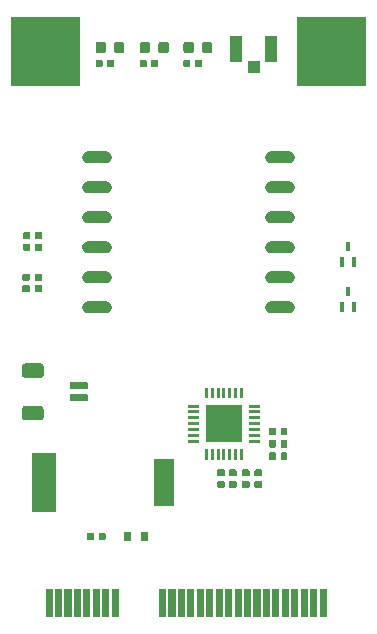
<source format=gbr>
G04 #@! TF.GenerationSoftware,KiCad,Pcbnew,5.1.5+dfsg1-2build2*
G04 #@! TF.CreationDate,2021-01-22T19:49:40+11:00*
G04 #@! TF.ProjectId,mPCIe-GNSS,6d504349-652d-4474-9e53-532e6b696361,1*
G04 #@! TF.SameCoordinates,Original*
G04 #@! TF.FileFunction,Soldermask,Top*
G04 #@! TF.FilePolarity,Negative*
%FSLAX46Y46*%
G04 Gerber Fmt 4.6, Leading zero omitted, Abs format (unit mm)*
G04 Created by KiCad (PCBNEW 5.1.5+dfsg1-2build2) date 2021-01-22 19:49:40*
%MOMM*%
%LPD*%
G04 APERTURE LIST*
%ADD10C,0.350000*%
G04 APERTURE END LIST*
D10*
G36*
X131300000Y-129800000D02*
G01*
X130700000Y-129800000D01*
X130700000Y-127450000D01*
X131300000Y-127450000D01*
X131300000Y-129800000D01*
G37*
G36*
X145700000Y-129800000D02*
G01*
X145100000Y-129800000D01*
X145100000Y-127450000D01*
X145700000Y-127450000D01*
X145700000Y-129800000D01*
G37*
G36*
X135300000Y-129800000D02*
G01*
X134700000Y-129800000D01*
X134700000Y-127450000D01*
X135300000Y-127450000D01*
X135300000Y-129800000D01*
G37*
G36*
X125700000Y-129800000D02*
G01*
X125100000Y-129800000D01*
X125100000Y-127450000D01*
X125700000Y-127450000D01*
X125700000Y-129800000D01*
G37*
G36*
X126500000Y-129800000D02*
G01*
X125900000Y-129800000D01*
X125900000Y-127450000D01*
X126500000Y-127450000D01*
X126500000Y-129800000D01*
G37*
G36*
X127300000Y-129800000D02*
G01*
X126700000Y-129800000D01*
X126700000Y-127450000D01*
X127300000Y-127450000D01*
X127300000Y-129800000D01*
G37*
G36*
X128100000Y-129800000D02*
G01*
X127500000Y-129800000D01*
X127500000Y-127450000D01*
X128100000Y-127450000D01*
X128100000Y-129800000D01*
G37*
G36*
X128900000Y-129800000D02*
G01*
X128300000Y-129800000D01*
X128300000Y-127450000D01*
X128900000Y-127450000D01*
X128900000Y-129800000D01*
G37*
G36*
X129700000Y-129800000D02*
G01*
X129100000Y-129800000D01*
X129100000Y-127450000D01*
X129700000Y-127450000D01*
X129700000Y-129800000D01*
G37*
G36*
X130500000Y-129800000D02*
G01*
X129900000Y-129800000D01*
X129900000Y-127450000D01*
X130500000Y-127450000D01*
X130500000Y-129800000D01*
G37*
G36*
X148900000Y-129800000D02*
G01*
X148300000Y-129800000D01*
X148300000Y-127450000D01*
X148900000Y-127450000D01*
X148900000Y-129800000D01*
G37*
G36*
X147300000Y-129800000D02*
G01*
X146700000Y-129800000D01*
X146700000Y-127450000D01*
X147300000Y-127450000D01*
X147300000Y-129800000D01*
G37*
G36*
X146500000Y-129800000D02*
G01*
X145900000Y-129800000D01*
X145900000Y-127450000D01*
X146500000Y-127450000D01*
X146500000Y-129800000D01*
G37*
G36*
X148100000Y-129800000D02*
G01*
X147500000Y-129800000D01*
X147500000Y-127450000D01*
X148100000Y-127450000D01*
X148100000Y-129800000D01*
G37*
G36*
X144100000Y-129800000D02*
G01*
X143500000Y-129800000D01*
X143500000Y-127450000D01*
X144100000Y-127450000D01*
X144100000Y-129800000D01*
G37*
G36*
X144900000Y-129800000D02*
G01*
X144300000Y-129800000D01*
X144300000Y-127450000D01*
X144900000Y-127450000D01*
X144900000Y-129800000D01*
G37*
G36*
X136100000Y-129800000D02*
G01*
X135500000Y-129800000D01*
X135500000Y-127450000D01*
X136100000Y-127450000D01*
X136100000Y-129800000D01*
G37*
G36*
X136900000Y-129800000D02*
G01*
X136300000Y-129800000D01*
X136300000Y-127450000D01*
X136900000Y-127450000D01*
X136900000Y-129800000D01*
G37*
G36*
X137700000Y-129800000D02*
G01*
X137100000Y-129800000D01*
X137100000Y-127450000D01*
X137700000Y-127450000D01*
X137700000Y-129800000D01*
G37*
G36*
X138500000Y-129800000D02*
G01*
X137900000Y-129800000D01*
X137900000Y-127450000D01*
X138500000Y-127450000D01*
X138500000Y-129800000D01*
G37*
G36*
X139300000Y-129800000D02*
G01*
X138700000Y-129800000D01*
X138700000Y-127450000D01*
X139300000Y-127450000D01*
X139300000Y-129800000D01*
G37*
G36*
X140900000Y-129800000D02*
G01*
X140300000Y-129800000D01*
X140300000Y-127450000D01*
X140900000Y-127450000D01*
X140900000Y-129800000D01*
G37*
G36*
X141700000Y-129800000D02*
G01*
X141100000Y-129800000D01*
X141100000Y-127450000D01*
X141700000Y-127450000D01*
X141700000Y-129800000D01*
G37*
G36*
X142500000Y-129800000D02*
G01*
X141900000Y-129800000D01*
X141900000Y-127450000D01*
X142500000Y-127450000D01*
X142500000Y-129800000D01*
G37*
G36*
X143300000Y-129800000D02*
G01*
X142700000Y-129800000D01*
X142700000Y-127450000D01*
X143300000Y-127450000D01*
X143300000Y-129800000D01*
G37*
G36*
X140100000Y-129800000D02*
G01*
X139500000Y-129800000D01*
X139500000Y-127450000D01*
X140100000Y-127450000D01*
X140100000Y-129800000D01*
G37*
G36*
X133750000Y-123350000D02*
G01*
X133150000Y-123350000D01*
X133150000Y-122650000D01*
X133750000Y-122650000D01*
X133750000Y-123350000D01*
G37*
G36*
X132350000Y-123350000D02*
G01*
X131750000Y-123350000D01*
X131750000Y-122650000D01*
X132350000Y-122650000D01*
X132350000Y-123350000D01*
G37*
G36*
X129115367Y-122682543D02*
G01*
X129137355Y-122689212D01*
X129157620Y-122700045D01*
X129175380Y-122714620D01*
X129189955Y-122732380D01*
X129200788Y-122752645D01*
X129207457Y-122774633D01*
X129210000Y-122800448D01*
X129210000Y-123199552D01*
X129207457Y-123225367D01*
X129200788Y-123247355D01*
X129189955Y-123267620D01*
X129175380Y-123285380D01*
X129157620Y-123299955D01*
X129137355Y-123310788D01*
X129115367Y-123317457D01*
X129089552Y-123320000D01*
X128740448Y-123320000D01*
X128714633Y-123317457D01*
X128692645Y-123310788D01*
X128672380Y-123299955D01*
X128654620Y-123285380D01*
X128640045Y-123267620D01*
X128629212Y-123247355D01*
X128622543Y-123225367D01*
X128620000Y-123199552D01*
X128620000Y-122800448D01*
X128622543Y-122774633D01*
X128629212Y-122752645D01*
X128640045Y-122732380D01*
X128654620Y-122714620D01*
X128672380Y-122700045D01*
X128692645Y-122689212D01*
X128714633Y-122682543D01*
X128740448Y-122680000D01*
X129089552Y-122680000D01*
X129115367Y-122682543D01*
G37*
G36*
X130085367Y-122682543D02*
G01*
X130107355Y-122689212D01*
X130127620Y-122700045D01*
X130145380Y-122714620D01*
X130159955Y-122732380D01*
X130170788Y-122752645D01*
X130177457Y-122774633D01*
X130180000Y-122800448D01*
X130180000Y-123199552D01*
X130177457Y-123225367D01*
X130170788Y-123247355D01*
X130159955Y-123267620D01*
X130145380Y-123285380D01*
X130127620Y-123299955D01*
X130107355Y-123310788D01*
X130085367Y-123317457D01*
X130059552Y-123320000D01*
X129710448Y-123320000D01*
X129684633Y-123317457D01*
X129662645Y-123310788D01*
X129642380Y-123299955D01*
X129624620Y-123285380D01*
X129610045Y-123267620D01*
X129599212Y-123247355D01*
X129592543Y-123225367D01*
X129590000Y-123199552D01*
X129590000Y-122800448D01*
X129592543Y-122774633D01*
X129599212Y-122752645D01*
X129610045Y-122732380D01*
X129624620Y-122714620D01*
X129642380Y-122700045D01*
X129662645Y-122689212D01*
X129684633Y-122682543D01*
X129710448Y-122680000D01*
X130059552Y-122680000D01*
X130085367Y-122682543D01*
G37*
G36*
X125975000Y-120900000D02*
G01*
X123975000Y-120900000D01*
X123975000Y-115900000D01*
X125975000Y-115900000D01*
X125975000Y-120900000D01*
G37*
G36*
X135975000Y-120400000D02*
G01*
X134275000Y-120400000D01*
X134275000Y-116400000D01*
X135975000Y-116400000D01*
X135975000Y-120400000D01*
G37*
G36*
X141175367Y-118292543D02*
G01*
X141197355Y-118299212D01*
X141217620Y-118310045D01*
X141235380Y-118324620D01*
X141249955Y-118342380D01*
X141260788Y-118362645D01*
X141267457Y-118384633D01*
X141270000Y-118410448D01*
X141270000Y-118759552D01*
X141267457Y-118785367D01*
X141260788Y-118807355D01*
X141249955Y-118827620D01*
X141235380Y-118845380D01*
X141217620Y-118859955D01*
X141197355Y-118870788D01*
X141175367Y-118877457D01*
X141149552Y-118880000D01*
X140750448Y-118880000D01*
X140724633Y-118877457D01*
X140702645Y-118870788D01*
X140682380Y-118859955D01*
X140664620Y-118845380D01*
X140650045Y-118827620D01*
X140639212Y-118807355D01*
X140632543Y-118785367D01*
X140630000Y-118759552D01*
X140630000Y-118410448D01*
X140632543Y-118384633D01*
X140639212Y-118362645D01*
X140650045Y-118342380D01*
X140664620Y-118324620D01*
X140682380Y-118310045D01*
X140702645Y-118299212D01*
X140724633Y-118292543D01*
X140750448Y-118290000D01*
X141149552Y-118290000D01*
X141175367Y-118292543D01*
G37*
G36*
X142275367Y-118292543D02*
G01*
X142297355Y-118299212D01*
X142317620Y-118310045D01*
X142335380Y-118324620D01*
X142349955Y-118342380D01*
X142360788Y-118362645D01*
X142367457Y-118384633D01*
X142370000Y-118410448D01*
X142370000Y-118759552D01*
X142367457Y-118785367D01*
X142360788Y-118807355D01*
X142349955Y-118827620D01*
X142335380Y-118845380D01*
X142317620Y-118859955D01*
X142297355Y-118870788D01*
X142275367Y-118877457D01*
X142249552Y-118880000D01*
X141850448Y-118880000D01*
X141824633Y-118877457D01*
X141802645Y-118870788D01*
X141782380Y-118859955D01*
X141764620Y-118845380D01*
X141750045Y-118827620D01*
X141739212Y-118807355D01*
X141732543Y-118785367D01*
X141730000Y-118759552D01*
X141730000Y-118410448D01*
X141732543Y-118384633D01*
X141739212Y-118362645D01*
X141750045Y-118342380D01*
X141764620Y-118324620D01*
X141782380Y-118310045D01*
X141802645Y-118299212D01*
X141824633Y-118292543D01*
X141850448Y-118290000D01*
X142249552Y-118290000D01*
X142275367Y-118292543D01*
G37*
G36*
X143325367Y-118292543D02*
G01*
X143347355Y-118299212D01*
X143367620Y-118310045D01*
X143385380Y-118324620D01*
X143399955Y-118342380D01*
X143410788Y-118362645D01*
X143417457Y-118384633D01*
X143420000Y-118410448D01*
X143420000Y-118759552D01*
X143417457Y-118785367D01*
X143410788Y-118807355D01*
X143399955Y-118827620D01*
X143385380Y-118845380D01*
X143367620Y-118859955D01*
X143347355Y-118870788D01*
X143325367Y-118877457D01*
X143299552Y-118880000D01*
X142900448Y-118880000D01*
X142874633Y-118877457D01*
X142852645Y-118870788D01*
X142832380Y-118859955D01*
X142814620Y-118845380D01*
X142800045Y-118827620D01*
X142789212Y-118807355D01*
X142782543Y-118785367D01*
X142780000Y-118759552D01*
X142780000Y-118410448D01*
X142782543Y-118384633D01*
X142789212Y-118362645D01*
X142800045Y-118342380D01*
X142814620Y-118324620D01*
X142832380Y-118310045D01*
X142852645Y-118299212D01*
X142874633Y-118292543D01*
X142900448Y-118290000D01*
X143299552Y-118290000D01*
X143325367Y-118292543D01*
G37*
G36*
X140175367Y-118292543D02*
G01*
X140197355Y-118299212D01*
X140217620Y-118310045D01*
X140235380Y-118324620D01*
X140249955Y-118342380D01*
X140260788Y-118362645D01*
X140267457Y-118384633D01*
X140270000Y-118410448D01*
X140270000Y-118759552D01*
X140267457Y-118785367D01*
X140260788Y-118807355D01*
X140249955Y-118827620D01*
X140235380Y-118845380D01*
X140217620Y-118859955D01*
X140197355Y-118870788D01*
X140175367Y-118877457D01*
X140149552Y-118880000D01*
X139750448Y-118880000D01*
X139724633Y-118877457D01*
X139702645Y-118870788D01*
X139682380Y-118859955D01*
X139664620Y-118845380D01*
X139650045Y-118827620D01*
X139639212Y-118807355D01*
X139632543Y-118785367D01*
X139630000Y-118759552D01*
X139630000Y-118410448D01*
X139632543Y-118384633D01*
X139639212Y-118362645D01*
X139650045Y-118342380D01*
X139664620Y-118324620D01*
X139682380Y-118310045D01*
X139702645Y-118299212D01*
X139724633Y-118292543D01*
X139750448Y-118290000D01*
X140149552Y-118290000D01*
X140175367Y-118292543D01*
G37*
G36*
X143325367Y-117322543D02*
G01*
X143347355Y-117329212D01*
X143367620Y-117340045D01*
X143385380Y-117354620D01*
X143399955Y-117372380D01*
X143410788Y-117392645D01*
X143417457Y-117414633D01*
X143420000Y-117440448D01*
X143420000Y-117789552D01*
X143417457Y-117815367D01*
X143410788Y-117837355D01*
X143399955Y-117857620D01*
X143385380Y-117875380D01*
X143367620Y-117889955D01*
X143347355Y-117900788D01*
X143325367Y-117907457D01*
X143299552Y-117910000D01*
X142900448Y-117910000D01*
X142874633Y-117907457D01*
X142852645Y-117900788D01*
X142832380Y-117889955D01*
X142814620Y-117875380D01*
X142800045Y-117857620D01*
X142789212Y-117837355D01*
X142782543Y-117815367D01*
X142780000Y-117789552D01*
X142780000Y-117440448D01*
X142782543Y-117414633D01*
X142789212Y-117392645D01*
X142800045Y-117372380D01*
X142814620Y-117354620D01*
X142832380Y-117340045D01*
X142852645Y-117329212D01*
X142874633Y-117322543D01*
X142900448Y-117320000D01*
X143299552Y-117320000D01*
X143325367Y-117322543D01*
G37*
G36*
X140175367Y-117322543D02*
G01*
X140197355Y-117329212D01*
X140217620Y-117340045D01*
X140235380Y-117354620D01*
X140249955Y-117372380D01*
X140260788Y-117392645D01*
X140267457Y-117414633D01*
X140270000Y-117440448D01*
X140270000Y-117789552D01*
X140267457Y-117815367D01*
X140260788Y-117837355D01*
X140249955Y-117857620D01*
X140235380Y-117875380D01*
X140217620Y-117889955D01*
X140197355Y-117900788D01*
X140175367Y-117907457D01*
X140149552Y-117910000D01*
X139750448Y-117910000D01*
X139724633Y-117907457D01*
X139702645Y-117900788D01*
X139682380Y-117889955D01*
X139664620Y-117875380D01*
X139650045Y-117857620D01*
X139639212Y-117837355D01*
X139632543Y-117815367D01*
X139630000Y-117789552D01*
X139630000Y-117440448D01*
X139632543Y-117414633D01*
X139639212Y-117392645D01*
X139650045Y-117372380D01*
X139664620Y-117354620D01*
X139682380Y-117340045D01*
X139702645Y-117329212D01*
X139724633Y-117322543D01*
X139750448Y-117320000D01*
X140149552Y-117320000D01*
X140175367Y-117322543D01*
G37*
G36*
X142275367Y-117322543D02*
G01*
X142297355Y-117329212D01*
X142317620Y-117340045D01*
X142335380Y-117354620D01*
X142349955Y-117372380D01*
X142360788Y-117392645D01*
X142367457Y-117414633D01*
X142370000Y-117440448D01*
X142370000Y-117789552D01*
X142367457Y-117815367D01*
X142360788Y-117837355D01*
X142349955Y-117857620D01*
X142335380Y-117875380D01*
X142317620Y-117889955D01*
X142297355Y-117900788D01*
X142275367Y-117907457D01*
X142249552Y-117910000D01*
X141850448Y-117910000D01*
X141824633Y-117907457D01*
X141802645Y-117900788D01*
X141782380Y-117889955D01*
X141764620Y-117875380D01*
X141750045Y-117857620D01*
X141739212Y-117837355D01*
X141732543Y-117815367D01*
X141730000Y-117789552D01*
X141730000Y-117440448D01*
X141732543Y-117414633D01*
X141739212Y-117392645D01*
X141750045Y-117372380D01*
X141764620Y-117354620D01*
X141782380Y-117340045D01*
X141802645Y-117329212D01*
X141824633Y-117322543D01*
X141850448Y-117320000D01*
X142249552Y-117320000D01*
X142275367Y-117322543D01*
G37*
G36*
X141175367Y-117322543D02*
G01*
X141197355Y-117329212D01*
X141217620Y-117340045D01*
X141235380Y-117354620D01*
X141249955Y-117372380D01*
X141260788Y-117392645D01*
X141267457Y-117414633D01*
X141270000Y-117440448D01*
X141270000Y-117789552D01*
X141267457Y-117815367D01*
X141260788Y-117837355D01*
X141249955Y-117857620D01*
X141235380Y-117875380D01*
X141217620Y-117889955D01*
X141197355Y-117900788D01*
X141175367Y-117907457D01*
X141149552Y-117910000D01*
X140750448Y-117910000D01*
X140724633Y-117907457D01*
X140702645Y-117900788D01*
X140682380Y-117889955D01*
X140664620Y-117875380D01*
X140650045Y-117857620D01*
X140639212Y-117837355D01*
X140632543Y-117815367D01*
X140630000Y-117789552D01*
X140630000Y-117440448D01*
X140632543Y-117414633D01*
X140639212Y-117392645D01*
X140650045Y-117372380D01*
X140664620Y-117354620D01*
X140682380Y-117340045D01*
X140702645Y-117329212D01*
X140724633Y-117322543D01*
X140750448Y-117320000D01*
X141149552Y-117320000D01*
X141175367Y-117322543D01*
G37*
G36*
X145485367Y-115882543D02*
G01*
X145507355Y-115889212D01*
X145527620Y-115900045D01*
X145545380Y-115914620D01*
X145559955Y-115932380D01*
X145570788Y-115952645D01*
X145577457Y-115974633D01*
X145580000Y-116000448D01*
X145580000Y-116399552D01*
X145577457Y-116425367D01*
X145570788Y-116447355D01*
X145559955Y-116467620D01*
X145545380Y-116485380D01*
X145527620Y-116499955D01*
X145507355Y-116510788D01*
X145485367Y-116517457D01*
X145459552Y-116520000D01*
X145110448Y-116520000D01*
X145084633Y-116517457D01*
X145062645Y-116510788D01*
X145042380Y-116499955D01*
X145024620Y-116485380D01*
X145010045Y-116467620D01*
X144999212Y-116447355D01*
X144992543Y-116425367D01*
X144990000Y-116399552D01*
X144990000Y-116000448D01*
X144992543Y-115974633D01*
X144999212Y-115952645D01*
X145010045Y-115932380D01*
X145024620Y-115914620D01*
X145042380Y-115900045D01*
X145062645Y-115889212D01*
X145084633Y-115882543D01*
X145110448Y-115880000D01*
X145459552Y-115880000D01*
X145485367Y-115882543D01*
G37*
G36*
X144515367Y-115882543D02*
G01*
X144537355Y-115889212D01*
X144557620Y-115900045D01*
X144575380Y-115914620D01*
X144589955Y-115932380D01*
X144600788Y-115952645D01*
X144607457Y-115974633D01*
X144610000Y-116000448D01*
X144610000Y-116399552D01*
X144607457Y-116425367D01*
X144600788Y-116447355D01*
X144589955Y-116467620D01*
X144575380Y-116485380D01*
X144557620Y-116499955D01*
X144537355Y-116510788D01*
X144515367Y-116517457D01*
X144489552Y-116520000D01*
X144140448Y-116520000D01*
X144114633Y-116517457D01*
X144092645Y-116510788D01*
X144072380Y-116499955D01*
X144054620Y-116485380D01*
X144040045Y-116467620D01*
X144029212Y-116447355D01*
X144022543Y-116425367D01*
X144020000Y-116399552D01*
X144020000Y-116000448D01*
X144022543Y-115974633D01*
X144029212Y-115952645D01*
X144040045Y-115932380D01*
X144054620Y-115914620D01*
X144072380Y-115900045D01*
X144092645Y-115889212D01*
X144114633Y-115882543D01*
X144140448Y-115880000D01*
X144489552Y-115880000D01*
X144515367Y-115882543D01*
G37*
G36*
X140327000Y-116490000D02*
G01*
X140073000Y-116490000D01*
X140073000Y-115590000D01*
X140327000Y-115590000D01*
X140327000Y-116490000D01*
G37*
G36*
X141327000Y-116490000D02*
G01*
X141073000Y-116490000D01*
X141073000Y-115590000D01*
X141327000Y-115590000D01*
X141327000Y-116490000D01*
G37*
G36*
X140827000Y-116490000D02*
G01*
X140573000Y-116490000D01*
X140573000Y-115590000D01*
X140827000Y-115590000D01*
X140827000Y-116490000D01*
G37*
G36*
X141827000Y-116490000D02*
G01*
X141573000Y-116490000D01*
X141573000Y-115590000D01*
X141827000Y-115590000D01*
X141827000Y-116490000D01*
G37*
G36*
X139327000Y-116490000D02*
G01*
X139073000Y-116490000D01*
X139073000Y-115590000D01*
X139327000Y-115590000D01*
X139327000Y-116490000D01*
G37*
G36*
X138827000Y-116490000D02*
G01*
X138573000Y-116490000D01*
X138573000Y-115590000D01*
X138827000Y-115590000D01*
X138827000Y-116490000D01*
G37*
G36*
X139827000Y-116490000D02*
G01*
X139573000Y-116490000D01*
X139573000Y-115590000D01*
X139827000Y-115590000D01*
X139827000Y-116490000D01*
G37*
G36*
X144515367Y-114832543D02*
G01*
X144537355Y-114839212D01*
X144557620Y-114850045D01*
X144575380Y-114864620D01*
X144589955Y-114882380D01*
X144600788Y-114902645D01*
X144607457Y-114924633D01*
X144610000Y-114950448D01*
X144610000Y-115349552D01*
X144607457Y-115375367D01*
X144600788Y-115397355D01*
X144589955Y-115417620D01*
X144575380Y-115435380D01*
X144557620Y-115449955D01*
X144537355Y-115460788D01*
X144515367Y-115467457D01*
X144489552Y-115470000D01*
X144140448Y-115470000D01*
X144114633Y-115467457D01*
X144092645Y-115460788D01*
X144072380Y-115449955D01*
X144054620Y-115435380D01*
X144040045Y-115417620D01*
X144029212Y-115397355D01*
X144022543Y-115375367D01*
X144020000Y-115349552D01*
X144020000Y-114950448D01*
X144022543Y-114924633D01*
X144029212Y-114902645D01*
X144040045Y-114882380D01*
X144054620Y-114864620D01*
X144072380Y-114850045D01*
X144092645Y-114839212D01*
X144114633Y-114832543D01*
X144140448Y-114830000D01*
X144489552Y-114830000D01*
X144515367Y-114832543D01*
G37*
G36*
X145485367Y-114832543D02*
G01*
X145507355Y-114839212D01*
X145527620Y-114850045D01*
X145545380Y-114864620D01*
X145559955Y-114882380D01*
X145570788Y-114902645D01*
X145577457Y-114924633D01*
X145580000Y-114950448D01*
X145580000Y-115349552D01*
X145577457Y-115375367D01*
X145570788Y-115397355D01*
X145559955Y-115417620D01*
X145545380Y-115435380D01*
X145527620Y-115449955D01*
X145507355Y-115460788D01*
X145485367Y-115467457D01*
X145459552Y-115470000D01*
X145110448Y-115470000D01*
X145084633Y-115467457D01*
X145062645Y-115460788D01*
X145042380Y-115449955D01*
X145024620Y-115435380D01*
X145010045Y-115417620D01*
X144999212Y-115397355D01*
X144992543Y-115375367D01*
X144990000Y-115349552D01*
X144990000Y-114950448D01*
X144992543Y-114924633D01*
X144999212Y-114902645D01*
X145010045Y-114882380D01*
X145024620Y-114864620D01*
X145042380Y-114850045D01*
X145062645Y-114839212D01*
X145084633Y-114832543D01*
X145110448Y-114830000D01*
X145459552Y-114830000D01*
X145485367Y-114832543D01*
G37*
G36*
X138060000Y-115077000D02*
G01*
X137160000Y-115077000D01*
X137160000Y-114823000D01*
X138060000Y-114823000D01*
X138060000Y-115077000D01*
G37*
G36*
X143240000Y-115077000D02*
G01*
X142340000Y-115077000D01*
X142340000Y-114823000D01*
X143240000Y-114823000D01*
X143240000Y-115077000D01*
G37*
G36*
X141750000Y-115000000D02*
G01*
X138650000Y-115000000D01*
X138650000Y-111900000D01*
X141750000Y-111900000D01*
X141750000Y-115000000D01*
G37*
G36*
X138060000Y-114577000D02*
G01*
X137160000Y-114577000D01*
X137160000Y-114323000D01*
X138060000Y-114323000D01*
X138060000Y-114577000D01*
G37*
G36*
X143240000Y-114577000D02*
G01*
X142340000Y-114577000D01*
X142340000Y-114323000D01*
X143240000Y-114323000D01*
X143240000Y-114577000D01*
G37*
G36*
X144515367Y-113782543D02*
G01*
X144537355Y-113789212D01*
X144557620Y-113800045D01*
X144575380Y-113814620D01*
X144589955Y-113832380D01*
X144600788Y-113852645D01*
X144607457Y-113874633D01*
X144610000Y-113900448D01*
X144610000Y-114299552D01*
X144607457Y-114325367D01*
X144600788Y-114347355D01*
X144589955Y-114367620D01*
X144575380Y-114385380D01*
X144557620Y-114399955D01*
X144537355Y-114410788D01*
X144515367Y-114417457D01*
X144489552Y-114420000D01*
X144140448Y-114420000D01*
X144114633Y-114417457D01*
X144092645Y-114410788D01*
X144072380Y-114399955D01*
X144054620Y-114385380D01*
X144040045Y-114367620D01*
X144029212Y-114347355D01*
X144022543Y-114325367D01*
X144020000Y-114299552D01*
X144020000Y-113900448D01*
X144022543Y-113874633D01*
X144029212Y-113852645D01*
X144040045Y-113832380D01*
X144054620Y-113814620D01*
X144072380Y-113800045D01*
X144092645Y-113789212D01*
X144114633Y-113782543D01*
X144140448Y-113780000D01*
X144489552Y-113780000D01*
X144515367Y-113782543D01*
G37*
G36*
X145485367Y-113782543D02*
G01*
X145507355Y-113789212D01*
X145527620Y-113800045D01*
X145545380Y-113814620D01*
X145559955Y-113832380D01*
X145570788Y-113852645D01*
X145577457Y-113874633D01*
X145580000Y-113900448D01*
X145580000Y-114299552D01*
X145577457Y-114325367D01*
X145570788Y-114347355D01*
X145559955Y-114367620D01*
X145545380Y-114385380D01*
X145527620Y-114399955D01*
X145507355Y-114410788D01*
X145485367Y-114417457D01*
X145459552Y-114420000D01*
X145110448Y-114420000D01*
X145084633Y-114417457D01*
X145062645Y-114410788D01*
X145042380Y-114399955D01*
X145024620Y-114385380D01*
X145010045Y-114367620D01*
X144999212Y-114347355D01*
X144992543Y-114325367D01*
X144990000Y-114299552D01*
X144990000Y-113900448D01*
X144992543Y-113874633D01*
X144999212Y-113852645D01*
X145010045Y-113832380D01*
X145024620Y-113814620D01*
X145042380Y-113800045D01*
X145062645Y-113789212D01*
X145084633Y-113782543D01*
X145110448Y-113780000D01*
X145459552Y-113780000D01*
X145485367Y-113782543D01*
G37*
G36*
X143240000Y-114077000D02*
G01*
X142340000Y-114077000D01*
X142340000Y-113823000D01*
X143240000Y-113823000D01*
X143240000Y-114077000D01*
G37*
G36*
X138060000Y-114077000D02*
G01*
X137160000Y-114077000D01*
X137160000Y-113823000D01*
X138060000Y-113823000D01*
X138060000Y-114077000D01*
G37*
G36*
X143240000Y-113577000D02*
G01*
X142340000Y-113577000D01*
X142340000Y-113323000D01*
X143240000Y-113323000D01*
X143240000Y-113577000D01*
G37*
G36*
X138060000Y-113577000D02*
G01*
X137160000Y-113577000D01*
X137160000Y-113323000D01*
X138060000Y-113323000D01*
X138060000Y-113577000D01*
G37*
G36*
X124751890Y-111954416D02*
G01*
X124792164Y-111966633D01*
X124829288Y-111986477D01*
X124861823Y-112013177D01*
X124888523Y-112045712D01*
X124908367Y-112082836D01*
X124920584Y-112123110D01*
X124925000Y-112167947D01*
X124925000Y-112932053D01*
X124920584Y-112976890D01*
X124908367Y-113017164D01*
X124888523Y-113054288D01*
X124861823Y-113086823D01*
X124829288Y-113113523D01*
X124792164Y-113133367D01*
X124751890Y-113145584D01*
X124707053Y-113150000D01*
X123342947Y-113150000D01*
X123298110Y-113145584D01*
X123257836Y-113133367D01*
X123220712Y-113113523D01*
X123188177Y-113086823D01*
X123161477Y-113054288D01*
X123141633Y-113017164D01*
X123129416Y-112976890D01*
X123125000Y-112932053D01*
X123125000Y-112167947D01*
X123129416Y-112123110D01*
X123141633Y-112082836D01*
X123161477Y-112045712D01*
X123188177Y-112013177D01*
X123220712Y-111986477D01*
X123257836Y-111966633D01*
X123298110Y-111954416D01*
X123342947Y-111950000D01*
X124707053Y-111950000D01*
X124751890Y-111954416D01*
G37*
G36*
X143240000Y-113077000D02*
G01*
X142340000Y-113077000D01*
X142340000Y-112823000D01*
X143240000Y-112823000D01*
X143240000Y-113077000D01*
G37*
G36*
X138060000Y-113077000D02*
G01*
X137160000Y-113077000D01*
X137160000Y-112823000D01*
X138060000Y-112823000D01*
X138060000Y-113077000D01*
G37*
G36*
X138060000Y-112577000D02*
G01*
X137160000Y-112577000D01*
X137160000Y-112323000D01*
X138060000Y-112323000D01*
X138060000Y-112577000D01*
G37*
G36*
X143240000Y-112577000D02*
G01*
X142340000Y-112577000D01*
X142340000Y-112323000D01*
X143240000Y-112323000D01*
X143240000Y-112577000D01*
G37*
G36*
X138060000Y-112077000D02*
G01*
X137160000Y-112077000D01*
X137160000Y-111823000D01*
X138060000Y-111823000D01*
X138060000Y-112077000D01*
G37*
G36*
X143240000Y-112077000D02*
G01*
X142340000Y-112077000D01*
X142340000Y-111823000D01*
X143240000Y-111823000D01*
X143240000Y-112077000D01*
G37*
G36*
X128578351Y-110952591D02*
G01*
X128600812Y-110959404D01*
X128621511Y-110970468D01*
X128639648Y-110985352D01*
X128654532Y-111003489D01*
X128665596Y-111024188D01*
X128672409Y-111046649D01*
X128675000Y-111072948D01*
X128675000Y-111427052D01*
X128672409Y-111453351D01*
X128665596Y-111475812D01*
X128654532Y-111496511D01*
X128639648Y-111514648D01*
X128621511Y-111529532D01*
X128600812Y-111540596D01*
X128578351Y-111547409D01*
X128552052Y-111550000D01*
X127247948Y-111550000D01*
X127221649Y-111547409D01*
X127199188Y-111540596D01*
X127178489Y-111529532D01*
X127160352Y-111514648D01*
X127145468Y-111496511D01*
X127134404Y-111475812D01*
X127127591Y-111453351D01*
X127125000Y-111427052D01*
X127125000Y-111072948D01*
X127127591Y-111046649D01*
X127134404Y-111024188D01*
X127145468Y-111003489D01*
X127160352Y-110985352D01*
X127178489Y-110970468D01*
X127199188Y-110959404D01*
X127221649Y-110952591D01*
X127247948Y-110950000D01*
X128552052Y-110950000D01*
X128578351Y-110952591D01*
G37*
G36*
X140327000Y-111310000D02*
G01*
X140073000Y-111310000D01*
X140073000Y-110410000D01*
X140327000Y-110410000D01*
X140327000Y-111310000D01*
G37*
G36*
X141827000Y-111310000D02*
G01*
X141573000Y-111310000D01*
X141573000Y-110410000D01*
X141827000Y-110410000D01*
X141827000Y-111310000D01*
G37*
G36*
X141327000Y-111310000D02*
G01*
X141073000Y-111310000D01*
X141073000Y-110410000D01*
X141327000Y-110410000D01*
X141327000Y-111310000D01*
G37*
G36*
X140827000Y-111310000D02*
G01*
X140573000Y-111310000D01*
X140573000Y-110410000D01*
X140827000Y-110410000D01*
X140827000Y-111310000D01*
G37*
G36*
X139827000Y-111310000D02*
G01*
X139573000Y-111310000D01*
X139573000Y-110410000D01*
X139827000Y-110410000D01*
X139827000Y-111310000D01*
G37*
G36*
X139327000Y-111310000D02*
G01*
X139073000Y-111310000D01*
X139073000Y-110410000D01*
X139327000Y-110410000D01*
X139327000Y-111310000D01*
G37*
G36*
X138827000Y-111310000D02*
G01*
X138573000Y-111310000D01*
X138573000Y-110410000D01*
X138827000Y-110410000D01*
X138827000Y-111310000D01*
G37*
G36*
X128578351Y-109952591D02*
G01*
X128600812Y-109959404D01*
X128621511Y-109970468D01*
X128639648Y-109985352D01*
X128654532Y-110003489D01*
X128665596Y-110024188D01*
X128672409Y-110046649D01*
X128675000Y-110072948D01*
X128675000Y-110427052D01*
X128672409Y-110453351D01*
X128665596Y-110475812D01*
X128654532Y-110496511D01*
X128639648Y-110514648D01*
X128621511Y-110529532D01*
X128600812Y-110540596D01*
X128578351Y-110547409D01*
X128552052Y-110550000D01*
X127247948Y-110550000D01*
X127221649Y-110547409D01*
X127199188Y-110540596D01*
X127178489Y-110529532D01*
X127160352Y-110514648D01*
X127145468Y-110496511D01*
X127134404Y-110475812D01*
X127127591Y-110453351D01*
X127125000Y-110427052D01*
X127125000Y-110072948D01*
X127127591Y-110046649D01*
X127134404Y-110024188D01*
X127145468Y-110003489D01*
X127160352Y-109985352D01*
X127178489Y-109970468D01*
X127199188Y-109959404D01*
X127221649Y-109952591D01*
X127247948Y-109950000D01*
X128552052Y-109950000D01*
X128578351Y-109952591D01*
G37*
G36*
X124751890Y-108354416D02*
G01*
X124792164Y-108366633D01*
X124829288Y-108386477D01*
X124861823Y-108413177D01*
X124888523Y-108445712D01*
X124908367Y-108482836D01*
X124920584Y-108523110D01*
X124925000Y-108567947D01*
X124925000Y-109332053D01*
X124920584Y-109376890D01*
X124908367Y-109417164D01*
X124888523Y-109454288D01*
X124861823Y-109486823D01*
X124829288Y-109513523D01*
X124792164Y-109533367D01*
X124751890Y-109545584D01*
X124707053Y-109550000D01*
X123342947Y-109550000D01*
X123298110Y-109545584D01*
X123257836Y-109533367D01*
X123220712Y-109513523D01*
X123188177Y-109486823D01*
X123161477Y-109454288D01*
X123141633Y-109417164D01*
X123129416Y-109376890D01*
X123125000Y-109332053D01*
X123125000Y-108567947D01*
X123129416Y-108523110D01*
X123141633Y-108482836D01*
X123161477Y-108445712D01*
X123188177Y-108413177D01*
X123220712Y-108386477D01*
X123257836Y-108366633D01*
X123298110Y-108354416D01*
X123342947Y-108350000D01*
X124707053Y-108350000D01*
X124751890Y-108354416D01*
G37*
G36*
X145739046Y-103086412D02*
G01*
X145788019Y-103091235D01*
X145825717Y-103102671D01*
X145882267Y-103119825D01*
X145969129Y-103166254D01*
X146045264Y-103228736D01*
X146107746Y-103304871D01*
X146154175Y-103391733D01*
X146171329Y-103448283D01*
X146182765Y-103485981D01*
X146192419Y-103584000D01*
X146182765Y-103682019D01*
X146171329Y-103719717D01*
X146154175Y-103776267D01*
X146107746Y-103863129D01*
X146045264Y-103939264D01*
X145969129Y-104001746D01*
X145882267Y-104048175D01*
X145825717Y-104065329D01*
X145788019Y-104076765D01*
X145739046Y-104081588D01*
X145714560Y-104084000D01*
X144165440Y-104084000D01*
X144140954Y-104081588D01*
X144091981Y-104076765D01*
X144054283Y-104065329D01*
X143997733Y-104048175D01*
X143910871Y-104001746D01*
X143834736Y-103939264D01*
X143772254Y-103863129D01*
X143725825Y-103776267D01*
X143708671Y-103719717D01*
X143697235Y-103682019D01*
X143687581Y-103584000D01*
X143697235Y-103485981D01*
X143708671Y-103448283D01*
X143725825Y-103391733D01*
X143772254Y-103304871D01*
X143834736Y-103228736D01*
X143910871Y-103166254D01*
X143997733Y-103119825D01*
X144054283Y-103102671D01*
X144091981Y-103091235D01*
X144140954Y-103086412D01*
X144165440Y-103084000D01*
X145714560Y-103084000D01*
X145739046Y-103086412D01*
G37*
G36*
X130239046Y-103086412D02*
G01*
X130288019Y-103091235D01*
X130325717Y-103102671D01*
X130382267Y-103119825D01*
X130469129Y-103166254D01*
X130545264Y-103228736D01*
X130607746Y-103304871D01*
X130654175Y-103391733D01*
X130671329Y-103448283D01*
X130682765Y-103485981D01*
X130692419Y-103584000D01*
X130682765Y-103682019D01*
X130671329Y-103719717D01*
X130654175Y-103776267D01*
X130607746Y-103863129D01*
X130545264Y-103939264D01*
X130469129Y-104001746D01*
X130382267Y-104048175D01*
X130325717Y-104065329D01*
X130288019Y-104076765D01*
X130239046Y-104081588D01*
X130214560Y-104084000D01*
X128665440Y-104084000D01*
X128640954Y-104081588D01*
X128591981Y-104076765D01*
X128554283Y-104065329D01*
X128497733Y-104048175D01*
X128410871Y-104001746D01*
X128334736Y-103939264D01*
X128272254Y-103863129D01*
X128225825Y-103776267D01*
X128208671Y-103719717D01*
X128197235Y-103682019D01*
X128187581Y-103584000D01*
X128197235Y-103485981D01*
X128208671Y-103448283D01*
X128225825Y-103391733D01*
X128272254Y-103304871D01*
X128334736Y-103228736D01*
X128410871Y-103166254D01*
X128497733Y-103119825D01*
X128554283Y-103102671D01*
X128591981Y-103091235D01*
X128640954Y-103086412D01*
X128665440Y-103084000D01*
X130214560Y-103084000D01*
X130239046Y-103086412D01*
G37*
G36*
X150375000Y-103965000D02*
G01*
X150025000Y-103965000D01*
X150025000Y-103155000D01*
X150375000Y-103155000D01*
X150375000Y-103965000D01*
G37*
G36*
X151375000Y-103965000D02*
G01*
X151025000Y-103965000D01*
X151025000Y-103155000D01*
X151375000Y-103155000D01*
X151375000Y-103965000D01*
G37*
G36*
X150875000Y-102645000D02*
G01*
X150525000Y-102645000D01*
X150525000Y-101835000D01*
X150875000Y-101835000D01*
X150875000Y-102645000D01*
G37*
G36*
X124725367Y-101727543D02*
G01*
X124747355Y-101734212D01*
X124767620Y-101745045D01*
X124785380Y-101759620D01*
X124799955Y-101777380D01*
X124810788Y-101797645D01*
X124817457Y-101819633D01*
X124820000Y-101845448D01*
X124820000Y-102194552D01*
X124817457Y-102220367D01*
X124810788Y-102242355D01*
X124799955Y-102262620D01*
X124785380Y-102280380D01*
X124767620Y-102294955D01*
X124747355Y-102305788D01*
X124725367Y-102312457D01*
X124699552Y-102315000D01*
X124300448Y-102315000D01*
X124274633Y-102312457D01*
X124252645Y-102305788D01*
X124232380Y-102294955D01*
X124214620Y-102280380D01*
X124200045Y-102262620D01*
X124189212Y-102242355D01*
X124182543Y-102220367D01*
X124180000Y-102194552D01*
X124180000Y-101845448D01*
X124182543Y-101819633D01*
X124189212Y-101797645D01*
X124200045Y-101777380D01*
X124214620Y-101759620D01*
X124232380Y-101745045D01*
X124252645Y-101734212D01*
X124274633Y-101727543D01*
X124300448Y-101725000D01*
X124699552Y-101725000D01*
X124725367Y-101727543D01*
G37*
G36*
X123675367Y-101727543D02*
G01*
X123697355Y-101734212D01*
X123717620Y-101745045D01*
X123735380Y-101759620D01*
X123749955Y-101777380D01*
X123760788Y-101797645D01*
X123767457Y-101819633D01*
X123770000Y-101845448D01*
X123770000Y-102194552D01*
X123767457Y-102220367D01*
X123760788Y-102242355D01*
X123749955Y-102262620D01*
X123735380Y-102280380D01*
X123717620Y-102294955D01*
X123697355Y-102305788D01*
X123675367Y-102312457D01*
X123649552Y-102315000D01*
X123250448Y-102315000D01*
X123224633Y-102312457D01*
X123202645Y-102305788D01*
X123182380Y-102294955D01*
X123164620Y-102280380D01*
X123150045Y-102262620D01*
X123139212Y-102242355D01*
X123132543Y-102220367D01*
X123130000Y-102194552D01*
X123130000Y-101845448D01*
X123132543Y-101819633D01*
X123139212Y-101797645D01*
X123150045Y-101777380D01*
X123164620Y-101759620D01*
X123182380Y-101745045D01*
X123202645Y-101734212D01*
X123224633Y-101727543D01*
X123250448Y-101725000D01*
X123649552Y-101725000D01*
X123675367Y-101727543D01*
G37*
G36*
X145739046Y-100546412D02*
G01*
X145788019Y-100551235D01*
X145825717Y-100562671D01*
X145882267Y-100579825D01*
X145969129Y-100626254D01*
X146045264Y-100688736D01*
X146107746Y-100764871D01*
X146154175Y-100851733D01*
X146169575Y-100902500D01*
X146182765Y-100945981D01*
X146192419Y-101044000D01*
X146182765Y-101142019D01*
X146171329Y-101179717D01*
X146154175Y-101236267D01*
X146107746Y-101323129D01*
X146045264Y-101399264D01*
X145969129Y-101461746D01*
X145882267Y-101508175D01*
X145825717Y-101525329D01*
X145788019Y-101536765D01*
X145739046Y-101541588D01*
X145714560Y-101544000D01*
X144165440Y-101544000D01*
X144140954Y-101541588D01*
X144091981Y-101536765D01*
X144054283Y-101525329D01*
X143997733Y-101508175D01*
X143910871Y-101461746D01*
X143834736Y-101399264D01*
X143772254Y-101323129D01*
X143725825Y-101236267D01*
X143708671Y-101179717D01*
X143697235Y-101142019D01*
X143687581Y-101044000D01*
X143697235Y-100945981D01*
X143710425Y-100902500D01*
X143725825Y-100851733D01*
X143772254Y-100764871D01*
X143834736Y-100688736D01*
X143910871Y-100626254D01*
X143997733Y-100579825D01*
X144054283Y-100562671D01*
X144091981Y-100551235D01*
X144140954Y-100546412D01*
X144165440Y-100544000D01*
X145714560Y-100544000D01*
X145739046Y-100546412D01*
G37*
G36*
X130239046Y-100546412D02*
G01*
X130288019Y-100551235D01*
X130325717Y-100562671D01*
X130382267Y-100579825D01*
X130469129Y-100626254D01*
X130545264Y-100688736D01*
X130607746Y-100764871D01*
X130654175Y-100851733D01*
X130669575Y-100902500D01*
X130682765Y-100945981D01*
X130692419Y-101044000D01*
X130682765Y-101142019D01*
X130671329Y-101179717D01*
X130654175Y-101236267D01*
X130607746Y-101323129D01*
X130545264Y-101399264D01*
X130469129Y-101461746D01*
X130382267Y-101508175D01*
X130325717Y-101525329D01*
X130288019Y-101536765D01*
X130239046Y-101541588D01*
X130214560Y-101544000D01*
X128665440Y-101544000D01*
X128640954Y-101541588D01*
X128591981Y-101536765D01*
X128554283Y-101525329D01*
X128497733Y-101508175D01*
X128410871Y-101461746D01*
X128334736Y-101399264D01*
X128272254Y-101323129D01*
X128225825Y-101236267D01*
X128208671Y-101179717D01*
X128197235Y-101142019D01*
X128187581Y-101044000D01*
X128197235Y-100945981D01*
X128210425Y-100902500D01*
X128225825Y-100851733D01*
X128272254Y-100764871D01*
X128334736Y-100688736D01*
X128410871Y-100626254D01*
X128497733Y-100579825D01*
X128554283Y-100562671D01*
X128591981Y-100551235D01*
X128640954Y-100546412D01*
X128665440Y-100544000D01*
X130214560Y-100544000D01*
X130239046Y-100546412D01*
G37*
G36*
X123675367Y-100757543D02*
G01*
X123697355Y-100764212D01*
X123717620Y-100775045D01*
X123735380Y-100789620D01*
X123749955Y-100807380D01*
X123760788Y-100827645D01*
X123767457Y-100849633D01*
X123770000Y-100875448D01*
X123770000Y-101224552D01*
X123767457Y-101250367D01*
X123760788Y-101272355D01*
X123749955Y-101292620D01*
X123735380Y-101310380D01*
X123717620Y-101324955D01*
X123697355Y-101335788D01*
X123675367Y-101342457D01*
X123649552Y-101345000D01*
X123250448Y-101345000D01*
X123224633Y-101342457D01*
X123202645Y-101335788D01*
X123182380Y-101324955D01*
X123164620Y-101310380D01*
X123150045Y-101292620D01*
X123139212Y-101272355D01*
X123132543Y-101250367D01*
X123130000Y-101224552D01*
X123130000Y-100875448D01*
X123132543Y-100849633D01*
X123139212Y-100827645D01*
X123150045Y-100807380D01*
X123164620Y-100789620D01*
X123182380Y-100775045D01*
X123202645Y-100764212D01*
X123224633Y-100757543D01*
X123250448Y-100755000D01*
X123649552Y-100755000D01*
X123675367Y-100757543D01*
G37*
G36*
X124725367Y-100757543D02*
G01*
X124747355Y-100764212D01*
X124767620Y-100775045D01*
X124785380Y-100789620D01*
X124799955Y-100807380D01*
X124810788Y-100827645D01*
X124817457Y-100849633D01*
X124820000Y-100875448D01*
X124820000Y-101224552D01*
X124817457Y-101250367D01*
X124810788Y-101272355D01*
X124799955Y-101292620D01*
X124785380Y-101310380D01*
X124767620Y-101324955D01*
X124747355Y-101335788D01*
X124725367Y-101342457D01*
X124699552Y-101345000D01*
X124300448Y-101345000D01*
X124274633Y-101342457D01*
X124252645Y-101335788D01*
X124232380Y-101324955D01*
X124214620Y-101310380D01*
X124200045Y-101292620D01*
X124189212Y-101272355D01*
X124182543Y-101250367D01*
X124180000Y-101224552D01*
X124180000Y-100875448D01*
X124182543Y-100849633D01*
X124189212Y-100827645D01*
X124200045Y-100807380D01*
X124214620Y-100789620D01*
X124232380Y-100775045D01*
X124252645Y-100764212D01*
X124274633Y-100757543D01*
X124300448Y-100755000D01*
X124699552Y-100755000D01*
X124725367Y-100757543D01*
G37*
G36*
X150375000Y-100155000D02*
G01*
X150025000Y-100155000D01*
X150025000Y-99345000D01*
X150375000Y-99345000D01*
X150375000Y-100155000D01*
G37*
G36*
X151375000Y-100155000D02*
G01*
X151025000Y-100155000D01*
X151025000Y-99345000D01*
X151375000Y-99345000D01*
X151375000Y-100155000D01*
G37*
G36*
X145739046Y-98006412D02*
G01*
X145788019Y-98011235D01*
X145825717Y-98022671D01*
X145882267Y-98039825D01*
X145969129Y-98086254D01*
X146045264Y-98148736D01*
X146107746Y-98224871D01*
X146154175Y-98311733D01*
X146157812Y-98323724D01*
X146182765Y-98405981D01*
X146192419Y-98504000D01*
X146182765Y-98602019D01*
X146171329Y-98639717D01*
X146154175Y-98696267D01*
X146107746Y-98783129D01*
X146045264Y-98859264D01*
X145969129Y-98921746D01*
X145882267Y-98968175D01*
X145825717Y-98985329D01*
X145788019Y-98996765D01*
X145739046Y-99001588D01*
X145714560Y-99004000D01*
X144165440Y-99004000D01*
X144140954Y-99001588D01*
X144091981Y-98996765D01*
X144054283Y-98985329D01*
X143997733Y-98968175D01*
X143910871Y-98921746D01*
X143834736Y-98859264D01*
X143772254Y-98783129D01*
X143725825Y-98696267D01*
X143708671Y-98639717D01*
X143697235Y-98602019D01*
X143687581Y-98504000D01*
X143697235Y-98405981D01*
X143722188Y-98323724D01*
X143725825Y-98311733D01*
X143772254Y-98224871D01*
X143834736Y-98148736D01*
X143910871Y-98086254D01*
X143997733Y-98039825D01*
X144054283Y-98022671D01*
X144091981Y-98011235D01*
X144140954Y-98006412D01*
X144165440Y-98004000D01*
X145714560Y-98004000D01*
X145739046Y-98006412D01*
G37*
G36*
X130239046Y-98006412D02*
G01*
X130288019Y-98011235D01*
X130325717Y-98022671D01*
X130382267Y-98039825D01*
X130469129Y-98086254D01*
X130545264Y-98148736D01*
X130607746Y-98224871D01*
X130654175Y-98311733D01*
X130657812Y-98323724D01*
X130682765Y-98405981D01*
X130692419Y-98504000D01*
X130682765Y-98602019D01*
X130671329Y-98639717D01*
X130654175Y-98696267D01*
X130607746Y-98783129D01*
X130545264Y-98859264D01*
X130469129Y-98921746D01*
X130382267Y-98968175D01*
X130325717Y-98985329D01*
X130288019Y-98996765D01*
X130239046Y-99001588D01*
X130214560Y-99004000D01*
X128665440Y-99004000D01*
X128640954Y-99001588D01*
X128591981Y-98996765D01*
X128554283Y-98985329D01*
X128497733Y-98968175D01*
X128410871Y-98921746D01*
X128334736Y-98859264D01*
X128272254Y-98783129D01*
X128225825Y-98696267D01*
X128208671Y-98639717D01*
X128197235Y-98602019D01*
X128187581Y-98504000D01*
X128197235Y-98405981D01*
X128222188Y-98323724D01*
X128225825Y-98311733D01*
X128272254Y-98224871D01*
X128334736Y-98148736D01*
X128410871Y-98086254D01*
X128497733Y-98039825D01*
X128554283Y-98022671D01*
X128591981Y-98011235D01*
X128640954Y-98006412D01*
X128665440Y-98004000D01*
X130214560Y-98004000D01*
X130239046Y-98006412D01*
G37*
G36*
X150875000Y-98835000D02*
G01*
X150525000Y-98835000D01*
X150525000Y-98025000D01*
X150875000Y-98025000D01*
X150875000Y-98835000D01*
G37*
G36*
X124725367Y-98207543D02*
G01*
X124747355Y-98214212D01*
X124767620Y-98225045D01*
X124785380Y-98239620D01*
X124799955Y-98257380D01*
X124810788Y-98277645D01*
X124817457Y-98299633D01*
X124820000Y-98325448D01*
X124820000Y-98674552D01*
X124817457Y-98700367D01*
X124810788Y-98722355D01*
X124799955Y-98742620D01*
X124785380Y-98760380D01*
X124767620Y-98774955D01*
X124747355Y-98785788D01*
X124725367Y-98792457D01*
X124699552Y-98795000D01*
X124300448Y-98795000D01*
X124274633Y-98792457D01*
X124252645Y-98785788D01*
X124232380Y-98774955D01*
X124214620Y-98760380D01*
X124200045Y-98742620D01*
X124189212Y-98722355D01*
X124182543Y-98700367D01*
X124180000Y-98674552D01*
X124180000Y-98325448D01*
X124182543Y-98299633D01*
X124189212Y-98277645D01*
X124200045Y-98257380D01*
X124214620Y-98239620D01*
X124232380Y-98225045D01*
X124252645Y-98214212D01*
X124274633Y-98207543D01*
X124300448Y-98205000D01*
X124699552Y-98205000D01*
X124725367Y-98207543D01*
G37*
G36*
X123725367Y-98207543D02*
G01*
X123747355Y-98214212D01*
X123767620Y-98225045D01*
X123785380Y-98239620D01*
X123799955Y-98257380D01*
X123810788Y-98277645D01*
X123817457Y-98299633D01*
X123820000Y-98325448D01*
X123820000Y-98674552D01*
X123817457Y-98700367D01*
X123810788Y-98722355D01*
X123799955Y-98742620D01*
X123785380Y-98760380D01*
X123767620Y-98774955D01*
X123747355Y-98785788D01*
X123725367Y-98792457D01*
X123699552Y-98795000D01*
X123300448Y-98795000D01*
X123274633Y-98792457D01*
X123252645Y-98785788D01*
X123232380Y-98774955D01*
X123214620Y-98760380D01*
X123200045Y-98742620D01*
X123189212Y-98722355D01*
X123182543Y-98700367D01*
X123180000Y-98674552D01*
X123180000Y-98325448D01*
X123182543Y-98299633D01*
X123189212Y-98277645D01*
X123200045Y-98257380D01*
X123214620Y-98239620D01*
X123232380Y-98225045D01*
X123252645Y-98214212D01*
X123274633Y-98207543D01*
X123300448Y-98205000D01*
X123699552Y-98205000D01*
X123725367Y-98207543D01*
G37*
G36*
X123725367Y-97237543D02*
G01*
X123747355Y-97244212D01*
X123767620Y-97255045D01*
X123785380Y-97269620D01*
X123799955Y-97287380D01*
X123810788Y-97307645D01*
X123817457Y-97329633D01*
X123820000Y-97355448D01*
X123820000Y-97704552D01*
X123817457Y-97730367D01*
X123810788Y-97752355D01*
X123799955Y-97772620D01*
X123785380Y-97790380D01*
X123767620Y-97804955D01*
X123747355Y-97815788D01*
X123725367Y-97822457D01*
X123699552Y-97825000D01*
X123300448Y-97825000D01*
X123274633Y-97822457D01*
X123252645Y-97815788D01*
X123232380Y-97804955D01*
X123214620Y-97790380D01*
X123200045Y-97772620D01*
X123189212Y-97752355D01*
X123182543Y-97730367D01*
X123180000Y-97704552D01*
X123180000Y-97355448D01*
X123182543Y-97329633D01*
X123189212Y-97307645D01*
X123200045Y-97287380D01*
X123214620Y-97269620D01*
X123232380Y-97255045D01*
X123252645Y-97244212D01*
X123274633Y-97237543D01*
X123300448Y-97235000D01*
X123699552Y-97235000D01*
X123725367Y-97237543D01*
G37*
G36*
X124725367Y-97237543D02*
G01*
X124747355Y-97244212D01*
X124767620Y-97255045D01*
X124785380Y-97269620D01*
X124799955Y-97287380D01*
X124810788Y-97307645D01*
X124817457Y-97329633D01*
X124820000Y-97355448D01*
X124820000Y-97704552D01*
X124817457Y-97730367D01*
X124810788Y-97752355D01*
X124799955Y-97772620D01*
X124785380Y-97790380D01*
X124767620Y-97804955D01*
X124747355Y-97815788D01*
X124725367Y-97822457D01*
X124699552Y-97825000D01*
X124300448Y-97825000D01*
X124274633Y-97822457D01*
X124252645Y-97815788D01*
X124232380Y-97804955D01*
X124214620Y-97790380D01*
X124200045Y-97772620D01*
X124189212Y-97752355D01*
X124182543Y-97730367D01*
X124180000Y-97704552D01*
X124180000Y-97355448D01*
X124182543Y-97329633D01*
X124189212Y-97307645D01*
X124200045Y-97287380D01*
X124214620Y-97269620D01*
X124232380Y-97255045D01*
X124252645Y-97244212D01*
X124274633Y-97237543D01*
X124300448Y-97235000D01*
X124699552Y-97235000D01*
X124725367Y-97237543D01*
G37*
G36*
X145739046Y-95466412D02*
G01*
X145788019Y-95471235D01*
X145825717Y-95482671D01*
X145882267Y-95499825D01*
X145969129Y-95546254D01*
X146045264Y-95608736D01*
X146107746Y-95684871D01*
X146154175Y-95771733D01*
X146171329Y-95828283D01*
X146182765Y-95865981D01*
X146192419Y-95964000D01*
X146182765Y-96062019D01*
X146171329Y-96099717D01*
X146154175Y-96156267D01*
X146107746Y-96243129D01*
X146045264Y-96319264D01*
X145969129Y-96381746D01*
X145882267Y-96428175D01*
X145825717Y-96445329D01*
X145788019Y-96456765D01*
X145739046Y-96461588D01*
X145714560Y-96464000D01*
X144165440Y-96464000D01*
X144140954Y-96461588D01*
X144091981Y-96456765D01*
X144054283Y-96445329D01*
X143997733Y-96428175D01*
X143910871Y-96381746D01*
X143834736Y-96319264D01*
X143772254Y-96243129D01*
X143725825Y-96156267D01*
X143708671Y-96099717D01*
X143697235Y-96062019D01*
X143687581Y-95964000D01*
X143697235Y-95865981D01*
X143708671Y-95828283D01*
X143725825Y-95771733D01*
X143772254Y-95684871D01*
X143834736Y-95608736D01*
X143910871Y-95546254D01*
X143997733Y-95499825D01*
X144054283Y-95482671D01*
X144091981Y-95471235D01*
X144140954Y-95466412D01*
X144165440Y-95464000D01*
X145714560Y-95464000D01*
X145739046Y-95466412D01*
G37*
G36*
X130239046Y-95466412D02*
G01*
X130288019Y-95471235D01*
X130325717Y-95482671D01*
X130382267Y-95499825D01*
X130469129Y-95546254D01*
X130545264Y-95608736D01*
X130607746Y-95684871D01*
X130654175Y-95771733D01*
X130671329Y-95828283D01*
X130682765Y-95865981D01*
X130692419Y-95964000D01*
X130682765Y-96062019D01*
X130671329Y-96099717D01*
X130654175Y-96156267D01*
X130607746Y-96243129D01*
X130545264Y-96319264D01*
X130469129Y-96381746D01*
X130382267Y-96428175D01*
X130325717Y-96445329D01*
X130288019Y-96456765D01*
X130239046Y-96461588D01*
X130214560Y-96464000D01*
X128665440Y-96464000D01*
X128640954Y-96461588D01*
X128591981Y-96456765D01*
X128554283Y-96445329D01*
X128497733Y-96428175D01*
X128410871Y-96381746D01*
X128334736Y-96319264D01*
X128272254Y-96243129D01*
X128225825Y-96156267D01*
X128208671Y-96099717D01*
X128197235Y-96062019D01*
X128187581Y-95964000D01*
X128197235Y-95865981D01*
X128208671Y-95828283D01*
X128225825Y-95771733D01*
X128272254Y-95684871D01*
X128334736Y-95608736D01*
X128410871Y-95546254D01*
X128497733Y-95499825D01*
X128554283Y-95482671D01*
X128591981Y-95471235D01*
X128640954Y-95466412D01*
X128665440Y-95464000D01*
X130214560Y-95464000D01*
X130239046Y-95466412D01*
G37*
G36*
X145739046Y-92926412D02*
G01*
X145788019Y-92931235D01*
X145825717Y-92942671D01*
X145882267Y-92959825D01*
X145969129Y-93006254D01*
X146045264Y-93068736D01*
X146107746Y-93144871D01*
X146154175Y-93231733D01*
X146171329Y-93288283D01*
X146182765Y-93325981D01*
X146192419Y-93424000D01*
X146182765Y-93522019D01*
X146171329Y-93559717D01*
X146154175Y-93616267D01*
X146107746Y-93703129D01*
X146045264Y-93779264D01*
X145969129Y-93841746D01*
X145882267Y-93888175D01*
X145825717Y-93905329D01*
X145788019Y-93916765D01*
X145739046Y-93921588D01*
X145714560Y-93924000D01*
X144165440Y-93924000D01*
X144140954Y-93921588D01*
X144091981Y-93916765D01*
X144054283Y-93905329D01*
X143997733Y-93888175D01*
X143910871Y-93841746D01*
X143834736Y-93779264D01*
X143772254Y-93703129D01*
X143725825Y-93616267D01*
X143708671Y-93559717D01*
X143697235Y-93522019D01*
X143687581Y-93424000D01*
X143697235Y-93325981D01*
X143708671Y-93288283D01*
X143725825Y-93231733D01*
X143772254Y-93144871D01*
X143834736Y-93068736D01*
X143910871Y-93006254D01*
X143997733Y-92959825D01*
X144054283Y-92942671D01*
X144091981Y-92931235D01*
X144140954Y-92926412D01*
X144165440Y-92924000D01*
X145714560Y-92924000D01*
X145739046Y-92926412D01*
G37*
G36*
X130239046Y-92926412D02*
G01*
X130288019Y-92931235D01*
X130325717Y-92942671D01*
X130382267Y-92959825D01*
X130469129Y-93006254D01*
X130545264Y-93068736D01*
X130607746Y-93144871D01*
X130654175Y-93231733D01*
X130671329Y-93288283D01*
X130682765Y-93325981D01*
X130692419Y-93424000D01*
X130682765Y-93522019D01*
X130671329Y-93559717D01*
X130654175Y-93616267D01*
X130607746Y-93703129D01*
X130545264Y-93779264D01*
X130469129Y-93841746D01*
X130382267Y-93888175D01*
X130325717Y-93905329D01*
X130288019Y-93916765D01*
X130239046Y-93921588D01*
X130214560Y-93924000D01*
X128665440Y-93924000D01*
X128640954Y-93921588D01*
X128591981Y-93916765D01*
X128554283Y-93905329D01*
X128497733Y-93888175D01*
X128410871Y-93841746D01*
X128334736Y-93779264D01*
X128272254Y-93703129D01*
X128225825Y-93616267D01*
X128208671Y-93559717D01*
X128197235Y-93522019D01*
X128187581Y-93424000D01*
X128197235Y-93325981D01*
X128208671Y-93288283D01*
X128225825Y-93231733D01*
X128272254Y-93144871D01*
X128334736Y-93068736D01*
X128410871Y-93006254D01*
X128497733Y-92959825D01*
X128554283Y-92942671D01*
X128591981Y-92931235D01*
X128640954Y-92926412D01*
X128665440Y-92924000D01*
X130214560Y-92924000D01*
X130239046Y-92926412D01*
G37*
G36*
X145739046Y-90386412D02*
G01*
X145788019Y-90391235D01*
X145825717Y-90402671D01*
X145882267Y-90419825D01*
X145969129Y-90466254D01*
X146045264Y-90528736D01*
X146107746Y-90604871D01*
X146154175Y-90691733D01*
X146171329Y-90748283D01*
X146182765Y-90785981D01*
X146192419Y-90884000D01*
X146182765Y-90982019D01*
X146171329Y-91019717D01*
X146154175Y-91076267D01*
X146107746Y-91163129D01*
X146045264Y-91239264D01*
X145969129Y-91301746D01*
X145882267Y-91348175D01*
X145825717Y-91365329D01*
X145788019Y-91376765D01*
X145739046Y-91381588D01*
X145714560Y-91384000D01*
X144165440Y-91384000D01*
X144140954Y-91381588D01*
X144091981Y-91376765D01*
X144054283Y-91365329D01*
X143997733Y-91348175D01*
X143910871Y-91301746D01*
X143834736Y-91239264D01*
X143772254Y-91163129D01*
X143725825Y-91076267D01*
X143708671Y-91019717D01*
X143697235Y-90982019D01*
X143687581Y-90884000D01*
X143697235Y-90785981D01*
X143708671Y-90748283D01*
X143725825Y-90691733D01*
X143772254Y-90604871D01*
X143834736Y-90528736D01*
X143910871Y-90466254D01*
X143997733Y-90419825D01*
X144054283Y-90402671D01*
X144091981Y-90391235D01*
X144140954Y-90386412D01*
X144165440Y-90384000D01*
X145714560Y-90384000D01*
X145739046Y-90386412D01*
G37*
G36*
X130239046Y-90386412D02*
G01*
X130288019Y-90391235D01*
X130325717Y-90402671D01*
X130382267Y-90419825D01*
X130469129Y-90466254D01*
X130545264Y-90528736D01*
X130607746Y-90604871D01*
X130654175Y-90691733D01*
X130671329Y-90748283D01*
X130682765Y-90785981D01*
X130692419Y-90884000D01*
X130682765Y-90982019D01*
X130671329Y-91019717D01*
X130654175Y-91076267D01*
X130607746Y-91163129D01*
X130545264Y-91239264D01*
X130469129Y-91301746D01*
X130382267Y-91348175D01*
X130325717Y-91365329D01*
X130288019Y-91376765D01*
X130239046Y-91381588D01*
X130214560Y-91384000D01*
X128665440Y-91384000D01*
X128640954Y-91381588D01*
X128591981Y-91376765D01*
X128554283Y-91365329D01*
X128497733Y-91348175D01*
X128410871Y-91301746D01*
X128334736Y-91239264D01*
X128272254Y-91163129D01*
X128225825Y-91076267D01*
X128208671Y-91019717D01*
X128197235Y-90982019D01*
X128187581Y-90884000D01*
X128197235Y-90785981D01*
X128208671Y-90748283D01*
X128225825Y-90691733D01*
X128272254Y-90604871D01*
X128334736Y-90528736D01*
X128410871Y-90466254D01*
X128497733Y-90419825D01*
X128554283Y-90402671D01*
X128591981Y-90391235D01*
X128640954Y-90386412D01*
X128665440Y-90384000D01*
X130214560Y-90384000D01*
X130239046Y-90386412D01*
G37*
G36*
X128001507Y-79024857D02*
G01*
X128001969Y-79024902D01*
X128004873Y-79025480D01*
X128004877Y-79025480D01*
X128004881Y-79025481D01*
X128007293Y-79025961D01*
X128011840Y-79027844D01*
X128015933Y-79030579D01*
X128017667Y-79032313D01*
X128017678Y-79032322D01*
X128017687Y-79032333D01*
X128019421Y-79034067D01*
X128022156Y-79038160D01*
X128024039Y-79042707D01*
X128025098Y-79048031D01*
X128025143Y-79048493D01*
X128025290Y-79051477D01*
X128025290Y-84848523D01*
X128025143Y-84851507D01*
X128025098Y-84851969D01*
X128024039Y-84857293D01*
X128022156Y-84861840D01*
X128019421Y-84865933D01*
X128017687Y-84867667D01*
X128017678Y-84867678D01*
X128017667Y-84867687D01*
X128015933Y-84869421D01*
X128011840Y-84872156D01*
X128007293Y-84874039D01*
X128004881Y-84874519D01*
X128004877Y-84874520D01*
X128004873Y-84874520D01*
X128001969Y-84875098D01*
X128001507Y-84875143D01*
X127998523Y-84875290D01*
X122201477Y-84875290D01*
X122198493Y-84875143D01*
X122198031Y-84875098D01*
X122195127Y-84874520D01*
X122195123Y-84874520D01*
X122195119Y-84874519D01*
X122192707Y-84874039D01*
X122188160Y-84872156D01*
X122184067Y-84869421D01*
X122182333Y-84867687D01*
X122182322Y-84867678D01*
X122182313Y-84867667D01*
X122180579Y-84865933D01*
X122177844Y-84861840D01*
X122175961Y-84857293D01*
X122174902Y-84851969D01*
X122174857Y-84851507D01*
X122174710Y-84848523D01*
X122174710Y-79051477D01*
X122174857Y-79048493D01*
X122174902Y-79048031D01*
X122175961Y-79042707D01*
X122177844Y-79038160D01*
X122180579Y-79034067D01*
X122182313Y-79032333D01*
X122182322Y-79032322D01*
X122182333Y-79032313D01*
X122184067Y-79030579D01*
X122188160Y-79027844D01*
X122192707Y-79025961D01*
X122195119Y-79025481D01*
X122195123Y-79025480D01*
X122195127Y-79025480D01*
X122198031Y-79024902D01*
X122198493Y-79024857D01*
X122201477Y-79024710D01*
X127998523Y-79024710D01*
X128001507Y-79024857D01*
G37*
G36*
X152201507Y-79024857D02*
G01*
X152201969Y-79024902D01*
X152204873Y-79025480D01*
X152204877Y-79025480D01*
X152204881Y-79025481D01*
X152207293Y-79025961D01*
X152211840Y-79027844D01*
X152215933Y-79030579D01*
X152217667Y-79032313D01*
X152217678Y-79032322D01*
X152217687Y-79032333D01*
X152219421Y-79034067D01*
X152222156Y-79038160D01*
X152224039Y-79042707D01*
X152225098Y-79048031D01*
X152225143Y-79048493D01*
X152225290Y-79051477D01*
X152225290Y-84848523D01*
X152225143Y-84851507D01*
X152225098Y-84851969D01*
X152224039Y-84857293D01*
X152222156Y-84861840D01*
X152219421Y-84865933D01*
X152217687Y-84867667D01*
X152217678Y-84867678D01*
X152217667Y-84867687D01*
X152215933Y-84869421D01*
X152211840Y-84872156D01*
X152207293Y-84874039D01*
X152204881Y-84874519D01*
X152204877Y-84874520D01*
X152204873Y-84874520D01*
X152201969Y-84875098D01*
X152201507Y-84875143D01*
X152198523Y-84875290D01*
X146401477Y-84875290D01*
X146398493Y-84875143D01*
X146398031Y-84875098D01*
X146395127Y-84874520D01*
X146395123Y-84874520D01*
X146395119Y-84874519D01*
X146392707Y-84874039D01*
X146388160Y-84872156D01*
X146384067Y-84869421D01*
X146382333Y-84867687D01*
X146382322Y-84867678D01*
X146382313Y-84867667D01*
X146380579Y-84865933D01*
X146377844Y-84861840D01*
X146375961Y-84857293D01*
X146374902Y-84851969D01*
X146374857Y-84851507D01*
X146374710Y-84848523D01*
X146374710Y-79051477D01*
X146374857Y-79048493D01*
X146374902Y-79048031D01*
X146375961Y-79042707D01*
X146377844Y-79038160D01*
X146380579Y-79034067D01*
X146382313Y-79032333D01*
X146382322Y-79032322D01*
X146382333Y-79032313D01*
X146384067Y-79030579D01*
X146388160Y-79027844D01*
X146392707Y-79025961D01*
X146395119Y-79025481D01*
X146395123Y-79025480D01*
X146395127Y-79025480D01*
X146398031Y-79024902D01*
X146398493Y-79024857D01*
X146401477Y-79024710D01*
X152198523Y-79024710D01*
X152201507Y-79024857D01*
G37*
G36*
X143215000Y-83775000D02*
G01*
X142215000Y-83775000D01*
X142215000Y-82725000D01*
X143215000Y-82725000D01*
X143215000Y-83775000D01*
G37*
G36*
X130800367Y-82632543D02*
G01*
X130822355Y-82639212D01*
X130842620Y-82650045D01*
X130860380Y-82664620D01*
X130874955Y-82682380D01*
X130885788Y-82702645D01*
X130892457Y-82724633D01*
X130895000Y-82750448D01*
X130895000Y-83149552D01*
X130892457Y-83175367D01*
X130885788Y-83197355D01*
X130874955Y-83217620D01*
X130860380Y-83235380D01*
X130842620Y-83249955D01*
X130822355Y-83260788D01*
X130800367Y-83267457D01*
X130774552Y-83270000D01*
X130425448Y-83270000D01*
X130399633Y-83267457D01*
X130377645Y-83260788D01*
X130357380Y-83249955D01*
X130339620Y-83235380D01*
X130325045Y-83217620D01*
X130314212Y-83197355D01*
X130307543Y-83175367D01*
X130305000Y-83149552D01*
X130305000Y-82750448D01*
X130307543Y-82724633D01*
X130314212Y-82702645D01*
X130325045Y-82682380D01*
X130339620Y-82664620D01*
X130357380Y-82650045D01*
X130377645Y-82639212D01*
X130399633Y-82632543D01*
X130425448Y-82630000D01*
X130774552Y-82630000D01*
X130800367Y-82632543D01*
G37*
G36*
X129830367Y-82632543D02*
G01*
X129852355Y-82639212D01*
X129872620Y-82650045D01*
X129890380Y-82664620D01*
X129904955Y-82682380D01*
X129915788Y-82702645D01*
X129922457Y-82724633D01*
X129925000Y-82750448D01*
X129925000Y-83149552D01*
X129922457Y-83175367D01*
X129915788Y-83197355D01*
X129904955Y-83217620D01*
X129890380Y-83235380D01*
X129872620Y-83249955D01*
X129852355Y-83260788D01*
X129830367Y-83267457D01*
X129804552Y-83270000D01*
X129455448Y-83270000D01*
X129429633Y-83267457D01*
X129407645Y-83260788D01*
X129387380Y-83249955D01*
X129369620Y-83235380D01*
X129355045Y-83217620D01*
X129344212Y-83197355D01*
X129337543Y-83175367D01*
X129335000Y-83149552D01*
X129335000Y-82750448D01*
X129337543Y-82724633D01*
X129344212Y-82702645D01*
X129355045Y-82682380D01*
X129369620Y-82664620D01*
X129387380Y-82650045D01*
X129407645Y-82639212D01*
X129429633Y-82632543D01*
X129455448Y-82630000D01*
X129804552Y-82630000D01*
X129830367Y-82632543D01*
G37*
G36*
X133565367Y-82632543D02*
G01*
X133587355Y-82639212D01*
X133607620Y-82650045D01*
X133625380Y-82664620D01*
X133639955Y-82682380D01*
X133650788Y-82702645D01*
X133657457Y-82724633D01*
X133660000Y-82750448D01*
X133660000Y-83149552D01*
X133657457Y-83175367D01*
X133650788Y-83197355D01*
X133639955Y-83217620D01*
X133625380Y-83235380D01*
X133607620Y-83249955D01*
X133587355Y-83260788D01*
X133565367Y-83267457D01*
X133539552Y-83270000D01*
X133190448Y-83270000D01*
X133164633Y-83267457D01*
X133142645Y-83260788D01*
X133122380Y-83249955D01*
X133104620Y-83235380D01*
X133090045Y-83217620D01*
X133079212Y-83197355D01*
X133072543Y-83175367D01*
X133070000Y-83149552D01*
X133070000Y-82750448D01*
X133072543Y-82724633D01*
X133079212Y-82702645D01*
X133090045Y-82682380D01*
X133104620Y-82664620D01*
X133122380Y-82650045D01*
X133142645Y-82639212D01*
X133164633Y-82632543D01*
X133190448Y-82630000D01*
X133539552Y-82630000D01*
X133565367Y-82632543D01*
G37*
G36*
X134535367Y-82632543D02*
G01*
X134557355Y-82639212D01*
X134577620Y-82650045D01*
X134595380Y-82664620D01*
X134609955Y-82682380D01*
X134620788Y-82702645D01*
X134627457Y-82724633D01*
X134630000Y-82750448D01*
X134630000Y-83149552D01*
X134627457Y-83175367D01*
X134620788Y-83197355D01*
X134609955Y-83217620D01*
X134595380Y-83235380D01*
X134577620Y-83249955D01*
X134557355Y-83260788D01*
X134535367Y-83267457D01*
X134509552Y-83270000D01*
X134160448Y-83270000D01*
X134134633Y-83267457D01*
X134112645Y-83260788D01*
X134092380Y-83249955D01*
X134074620Y-83235380D01*
X134060045Y-83217620D01*
X134049212Y-83197355D01*
X134042543Y-83175367D01*
X134040000Y-83149552D01*
X134040000Y-82750448D01*
X134042543Y-82724633D01*
X134049212Y-82702645D01*
X134060045Y-82682380D01*
X134074620Y-82664620D01*
X134092380Y-82650045D01*
X134112645Y-82639212D01*
X134134633Y-82632543D01*
X134160448Y-82630000D01*
X134509552Y-82630000D01*
X134535367Y-82632543D01*
G37*
G36*
X138235367Y-82632543D02*
G01*
X138257355Y-82639212D01*
X138277620Y-82650045D01*
X138295380Y-82664620D01*
X138309955Y-82682380D01*
X138320788Y-82702645D01*
X138327457Y-82724633D01*
X138330000Y-82750448D01*
X138330000Y-83149552D01*
X138327457Y-83175367D01*
X138320788Y-83197355D01*
X138309955Y-83217620D01*
X138295380Y-83235380D01*
X138277620Y-83249955D01*
X138257355Y-83260788D01*
X138235367Y-83267457D01*
X138209552Y-83270000D01*
X137860448Y-83270000D01*
X137834633Y-83267457D01*
X137812645Y-83260788D01*
X137792380Y-83249955D01*
X137774620Y-83235380D01*
X137760045Y-83217620D01*
X137749212Y-83197355D01*
X137742543Y-83175367D01*
X137740000Y-83149552D01*
X137740000Y-82750448D01*
X137742543Y-82724633D01*
X137749212Y-82702645D01*
X137760045Y-82682380D01*
X137774620Y-82664620D01*
X137792380Y-82650045D01*
X137812645Y-82639212D01*
X137834633Y-82632543D01*
X137860448Y-82630000D01*
X138209552Y-82630000D01*
X138235367Y-82632543D01*
G37*
G36*
X137265367Y-82632543D02*
G01*
X137287355Y-82639212D01*
X137307620Y-82650045D01*
X137325380Y-82664620D01*
X137339955Y-82682380D01*
X137350788Y-82702645D01*
X137357457Y-82724633D01*
X137360000Y-82750448D01*
X137360000Y-83149552D01*
X137357457Y-83175367D01*
X137350788Y-83197355D01*
X137339955Y-83217620D01*
X137325380Y-83235380D01*
X137307620Y-83249955D01*
X137287355Y-83260788D01*
X137265367Y-83267457D01*
X137239552Y-83270000D01*
X136890448Y-83270000D01*
X136864633Y-83267457D01*
X136842645Y-83260788D01*
X136822380Y-83249955D01*
X136804620Y-83235380D01*
X136790045Y-83217620D01*
X136779212Y-83197355D01*
X136772543Y-83175367D01*
X136770000Y-83149552D01*
X136770000Y-82750448D01*
X136772543Y-82724633D01*
X136779212Y-82702645D01*
X136790045Y-82682380D01*
X136804620Y-82664620D01*
X136822380Y-82650045D01*
X136842645Y-82639212D01*
X136864633Y-82632543D01*
X136890448Y-82630000D01*
X137239552Y-82630000D01*
X137265367Y-82632543D01*
G37*
G36*
X144715000Y-82825000D02*
G01*
X143665000Y-82825000D01*
X143665000Y-80625000D01*
X144715000Y-80625000D01*
X144715000Y-82825000D01*
G37*
G36*
X141765000Y-82825000D02*
G01*
X140715000Y-82825000D01*
X140715000Y-80625000D01*
X141765000Y-80625000D01*
X141765000Y-82825000D01*
G37*
G36*
X133798019Y-81128912D02*
G01*
X133833371Y-81139636D01*
X133865950Y-81157050D01*
X133894511Y-81180489D01*
X133917950Y-81209050D01*
X133935364Y-81241629D01*
X133946088Y-81276981D01*
X133950000Y-81316697D01*
X133950000Y-81883303D01*
X133946088Y-81923019D01*
X133935364Y-81958371D01*
X133917950Y-81990950D01*
X133894511Y-82019511D01*
X133865950Y-82042950D01*
X133833371Y-82060364D01*
X133798019Y-82071088D01*
X133758303Y-82075000D01*
X133266697Y-82075000D01*
X133226981Y-82071088D01*
X133191629Y-82060364D01*
X133159050Y-82042950D01*
X133130489Y-82019511D01*
X133107050Y-81990950D01*
X133089636Y-81958371D01*
X133078912Y-81923019D01*
X133075000Y-81883303D01*
X133075000Y-81316697D01*
X133078912Y-81276981D01*
X133089636Y-81241629D01*
X133107050Y-81209050D01*
X133130489Y-81180489D01*
X133159050Y-81157050D01*
X133191629Y-81139636D01*
X133226981Y-81128912D01*
X133266697Y-81125000D01*
X133758303Y-81125000D01*
X133798019Y-81128912D01*
G37*
G36*
X131623019Y-81128912D02*
G01*
X131658371Y-81139636D01*
X131690950Y-81157050D01*
X131719511Y-81180489D01*
X131742950Y-81209050D01*
X131760364Y-81241629D01*
X131771088Y-81276981D01*
X131775000Y-81316697D01*
X131775000Y-81883303D01*
X131771088Y-81923019D01*
X131760364Y-81958371D01*
X131742950Y-81990950D01*
X131719511Y-82019511D01*
X131690950Y-82042950D01*
X131658371Y-82060364D01*
X131623019Y-82071088D01*
X131583303Y-82075000D01*
X131091697Y-82075000D01*
X131051981Y-82071088D01*
X131016629Y-82060364D01*
X130984050Y-82042950D01*
X130955489Y-82019511D01*
X130932050Y-81990950D01*
X130914636Y-81958371D01*
X130903912Y-81923019D01*
X130900000Y-81883303D01*
X130900000Y-81316697D01*
X130903912Y-81276981D01*
X130914636Y-81241629D01*
X130932050Y-81209050D01*
X130955489Y-81180489D01*
X130984050Y-81157050D01*
X131016629Y-81139636D01*
X131051981Y-81128912D01*
X131091697Y-81125000D01*
X131583303Y-81125000D01*
X131623019Y-81128912D01*
G37*
G36*
X130048019Y-81128912D02*
G01*
X130083371Y-81139636D01*
X130115950Y-81157050D01*
X130144511Y-81180489D01*
X130167950Y-81209050D01*
X130185364Y-81241629D01*
X130196088Y-81276981D01*
X130200000Y-81316697D01*
X130200000Y-81883303D01*
X130196088Y-81923019D01*
X130185364Y-81958371D01*
X130167950Y-81990950D01*
X130144511Y-82019511D01*
X130115950Y-82042950D01*
X130083371Y-82060364D01*
X130048019Y-82071088D01*
X130008303Y-82075000D01*
X129516697Y-82075000D01*
X129476981Y-82071088D01*
X129441629Y-82060364D01*
X129409050Y-82042950D01*
X129380489Y-82019511D01*
X129357050Y-81990950D01*
X129339636Y-81958371D01*
X129328912Y-81923019D01*
X129325000Y-81883303D01*
X129325000Y-81316697D01*
X129328912Y-81276981D01*
X129339636Y-81241629D01*
X129357050Y-81209050D01*
X129380489Y-81180489D01*
X129409050Y-81157050D01*
X129441629Y-81139636D01*
X129476981Y-81128912D01*
X129516697Y-81125000D01*
X130008303Y-81125000D01*
X130048019Y-81128912D01*
G37*
G36*
X135373019Y-81128912D02*
G01*
X135408371Y-81139636D01*
X135440950Y-81157050D01*
X135469511Y-81180489D01*
X135492950Y-81209050D01*
X135510364Y-81241629D01*
X135521088Y-81276981D01*
X135525000Y-81316697D01*
X135525000Y-81883303D01*
X135521088Y-81923019D01*
X135510364Y-81958371D01*
X135492950Y-81990950D01*
X135469511Y-82019511D01*
X135440950Y-82042950D01*
X135408371Y-82060364D01*
X135373019Y-82071088D01*
X135333303Y-82075000D01*
X134841697Y-82075000D01*
X134801981Y-82071088D01*
X134766629Y-82060364D01*
X134734050Y-82042950D01*
X134705489Y-82019511D01*
X134682050Y-81990950D01*
X134664636Y-81958371D01*
X134653912Y-81923019D01*
X134650000Y-81883303D01*
X134650000Y-81316697D01*
X134653912Y-81276981D01*
X134664636Y-81241629D01*
X134682050Y-81209050D01*
X134705489Y-81180489D01*
X134734050Y-81157050D01*
X134766629Y-81139636D01*
X134801981Y-81128912D01*
X134841697Y-81125000D01*
X135333303Y-81125000D01*
X135373019Y-81128912D01*
G37*
G36*
X139073019Y-81128912D02*
G01*
X139108371Y-81139636D01*
X139140950Y-81157050D01*
X139169511Y-81180489D01*
X139192950Y-81209050D01*
X139210364Y-81241629D01*
X139221088Y-81276981D01*
X139225000Y-81316697D01*
X139225000Y-81883303D01*
X139221088Y-81923019D01*
X139210364Y-81958371D01*
X139192950Y-81990950D01*
X139169511Y-82019511D01*
X139140950Y-82042950D01*
X139108371Y-82060364D01*
X139073019Y-82071088D01*
X139033303Y-82075000D01*
X138541697Y-82075000D01*
X138501981Y-82071088D01*
X138466629Y-82060364D01*
X138434050Y-82042950D01*
X138405489Y-82019511D01*
X138382050Y-81990950D01*
X138364636Y-81958371D01*
X138353912Y-81923019D01*
X138350000Y-81883303D01*
X138350000Y-81316697D01*
X138353912Y-81276981D01*
X138364636Y-81241629D01*
X138382050Y-81209050D01*
X138405489Y-81180489D01*
X138434050Y-81157050D01*
X138466629Y-81139636D01*
X138501981Y-81128912D01*
X138541697Y-81125000D01*
X139033303Y-81125000D01*
X139073019Y-81128912D01*
G37*
G36*
X137498019Y-81128912D02*
G01*
X137533371Y-81139636D01*
X137565950Y-81157050D01*
X137594511Y-81180489D01*
X137617950Y-81209050D01*
X137635364Y-81241629D01*
X137646088Y-81276981D01*
X137650000Y-81316697D01*
X137650000Y-81883303D01*
X137646088Y-81923019D01*
X137635364Y-81958371D01*
X137617950Y-81990950D01*
X137594511Y-82019511D01*
X137565950Y-82042950D01*
X137533371Y-82060364D01*
X137498019Y-82071088D01*
X137458303Y-82075000D01*
X136966697Y-82075000D01*
X136926981Y-82071088D01*
X136891629Y-82060364D01*
X136859050Y-82042950D01*
X136830489Y-82019511D01*
X136807050Y-81990950D01*
X136789636Y-81958371D01*
X136778912Y-81923019D01*
X136775000Y-81883303D01*
X136775000Y-81316697D01*
X136778912Y-81276981D01*
X136789636Y-81241629D01*
X136807050Y-81209050D01*
X136830489Y-81180489D01*
X136859050Y-81157050D01*
X136891629Y-81139636D01*
X136926981Y-81128912D01*
X136966697Y-81125000D01*
X137458303Y-81125000D01*
X137498019Y-81128912D01*
G37*
M02*

</source>
